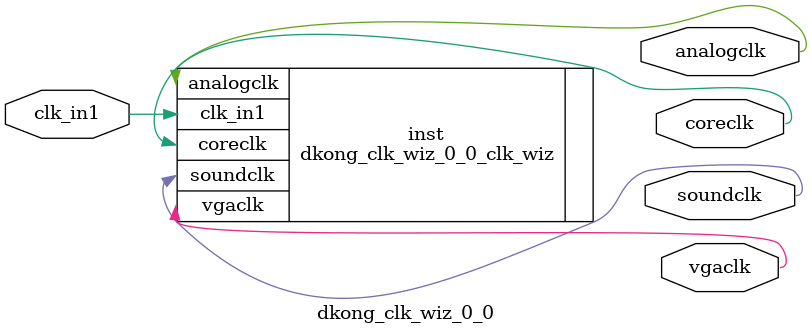
<source format=v>


`timescale 1ps/1ps

(* CORE_GENERATION_INFO = "dkong_clk_wiz_0_0,clk_wiz_v6_0_3_0_0,{component_name=dkong_clk_wiz_0_0,use_phase_alignment=true,use_min_o_jitter=false,use_max_i_jitter=false,use_dyn_phase_shift=false,use_inclk_switchover=false,use_dyn_reconfig=false,enable_axi=0,feedback_source=FDBK_AUTO,PRIMITIVE=MMCM,num_out_clk=4,clkin1_period=10.000,clkin2_period=10.000,use_power_down=false,use_reset=false,use_locked=false,use_inclk_stopped=false,feedback_type=SINGLE,CLOCK_MGR_TYPE=NA,manual_override=false}" *)

module dkong_clk_wiz_0_0 
 (
  // Clock out ports
  output        vgaclk,
  output        coreclk,
  output        soundclk,
  output        analogclk,
 // Clock in ports
  input         clk_in1
 );

  dkong_clk_wiz_0_0_clk_wiz inst
  (
  // Clock out ports  
  .vgaclk(vgaclk),
  .coreclk(coreclk),
  .soundclk(soundclk),
  .analogclk(analogclk),
 // Clock in ports
  .clk_in1(clk_in1)
  );

endmodule

</source>
